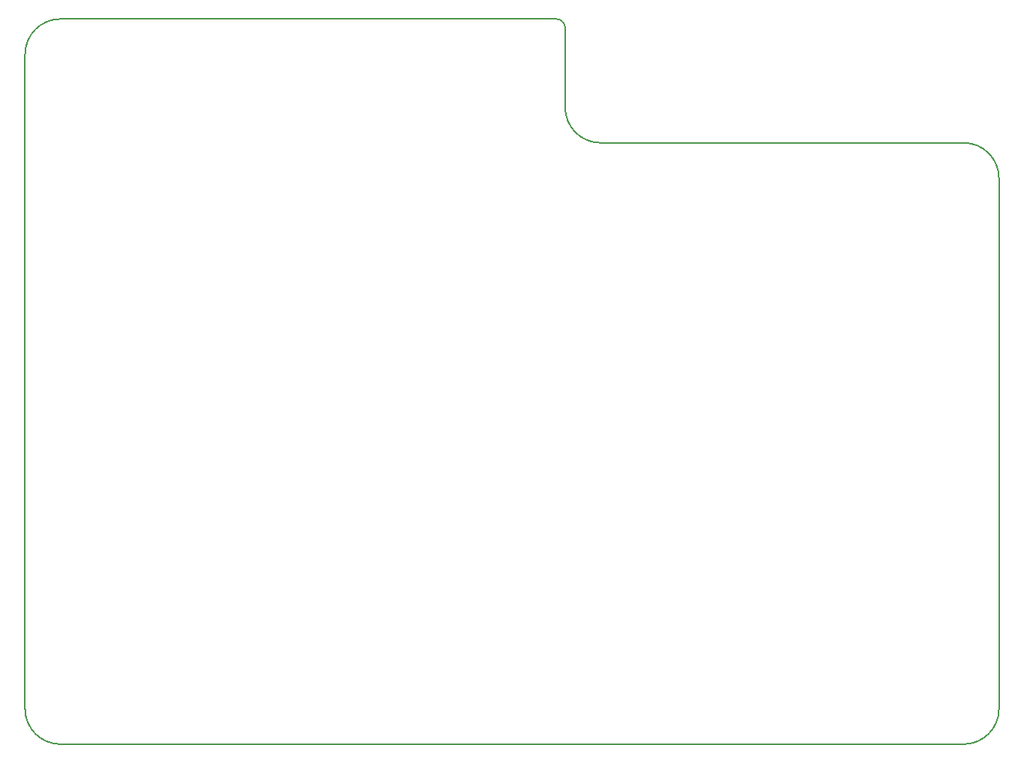
<source format=gm1>
G04 #@! TF.FileFunction,Profile,NP*
%FSLAX46Y46*%
G04 Gerber Fmt 4.6, Leading zero omitted, Abs format (unit mm)*
G04 Created by KiCad (PCBNEW (2015-09-17 BZR 6202)-product) date Monday, October 05, 2015 'PMt' 06:03:28 PM*
%MOMM*%
G01*
G04 APERTURE LIST*
%ADD10C,0.100000*%
%ADD11C,0.150000*%
G04 APERTURE END LIST*
D10*
D11*
X61000000Y81000000D02*
G75*
G03X60000000Y82000000I-1000000J0D01*
G01*
X61000000Y81000000D02*
X61000000Y72000000D01*
X48000000Y82000000D02*
X60000000Y82000000D01*
X70000000Y68000000D02*
X65000000Y68000000D01*
X61000000Y72000000D02*
G75*
G03X65000000Y68000000I4000000J0D01*
G01*
X106000000Y68000000D02*
X70000000Y68000000D01*
X0Y4000000D02*
G75*
G03X4000000Y0I4000000J0D01*
G01*
X106000000Y0D02*
G75*
G03X110000000Y4000000I0J4000000D01*
G01*
X110000000Y64000000D02*
G75*
G03X106000000Y68000000I-4000000J0D01*
G01*
X4000000Y82000000D02*
G75*
G03X0Y78000000I0J-4000000D01*
G01*
X4000000Y0D02*
X106000000Y0D01*
X0Y78000000D02*
X0Y4000000D01*
X48000000Y82000000D02*
X4000000Y82000000D01*
X110000000Y4000000D02*
X110000000Y64000000D01*
M02*

</source>
